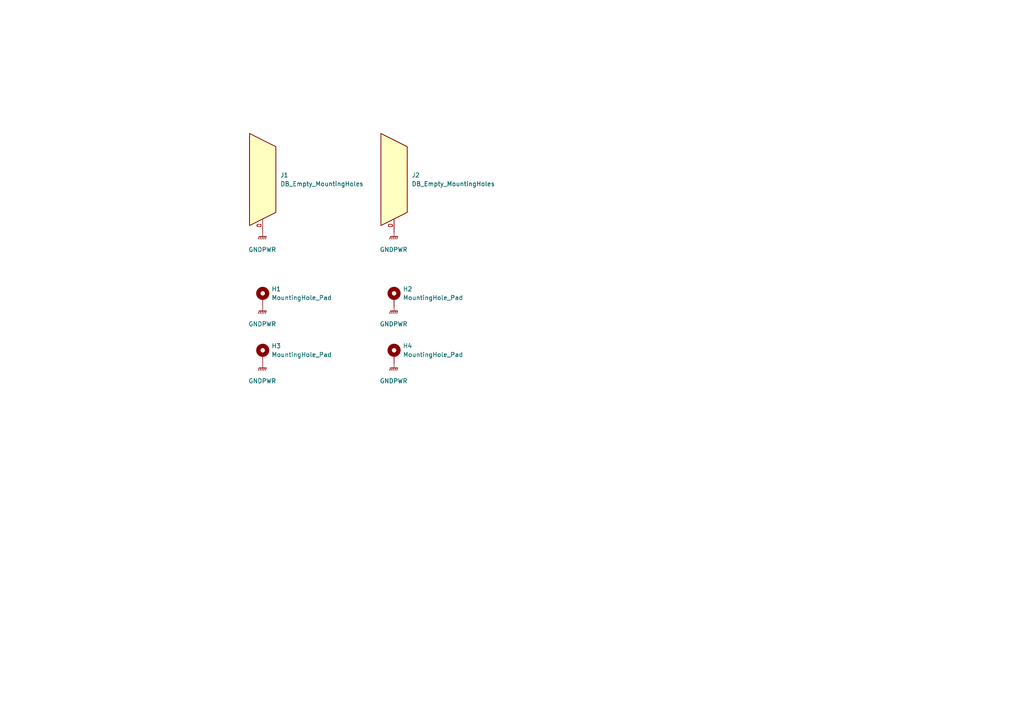
<source format=kicad_sch>
(kicad_sch (version 20211123) (generator eeschema)
  (paper "A4")
  (title_block (title "Front Panel") (date "2023-01-21") (rev "A") (company "https://github.com/peterheinrich/DA20-C1-ProcedureTrainer") (comment 1 "Open Hardware") (comment 2 "License: CERN-OHL-P") (comment 3 "© 2023 by Peter Heinrich") (comment 4 "DA20 Hardware Cockpit Simulator Project"))
  (lib_symbols
    (symbol "Mechanical:MountingHole_Pad" (pin_numbers hide) (pin_names (offset 1.016) hide)
      (property "Reference" "H" (at 0 6.35 0))
      (property "Value" "MountingHole_Pad" (at 0 4.445 0))
      (symbol "MountingHole_Pad_0_1"
        (circle (center 0 1.27) (radius 1.27) (stroke (width 1.27)))
      )
      (symbol "MountingHole_Pad_1_1"
        (pin input line (at 0 -2.54 90) (length 2.54) (name "1") (number "1"))
      )
    )
    (symbol "db_cutout_mountingholes:DB_Empty_MountingHoles" (pin_names (offset 1.016) hide)
      (property "Reference" "J?" (at 5.08 1.2701 0))
      (property "Value" "DB9_Female_MountingHoles" (at 5.08 -1.2699 0))
      (symbol "DB_Empty_MountingHoles_0_1"
        (polyline (pts (xy -3.81 13.335) (xy -3.81 -13.335) (xy 3.81 -9.525) (xy 3.81 9.525) (xy -3.81 13.335)) (stroke (width 0.254)) (fill (type background)))
      )
      (symbol "DB_Empty_MountingHoles_1_1"
        (pin passive line (at 0 -15.24 90) (length 3.81) (name "PAD") (number "0"))
      )
    )
    (symbol "power:GNDPWR" (power) (pin_names (offset 0))
      (property "Value" "GNDPWR" (at 0 -3.302 0))
      (symbol "GNDPWR_0_1"
        (polyline (pts (xy 0 -1.27) (xy 0 0)))
        (polyline (pts (xy -1.016 -1.27) (xy -1.27 -2.032) (xy -1.27 -2.032)) (stroke (width 0.2032)))
        (polyline (pts (xy -0.508 -1.27) (xy -0.762 -2.032) (xy -0.762 -2.032)) (stroke (width 0.2032)))
        (polyline (pts (xy 0 -1.27) (xy -0.254 -2.032) (xy -0.254 -2.032)) (stroke (width 0.2032)))
        (polyline (pts (xy 0.508 -1.27) (xy 0.254 -2.032) (xy 0.254 -2.032)) (stroke (width 0.2032)))
        (polyline (pts (xy 1.016 -1.27) (xy -1.016 -1.27) (xy -1.016 -1.27)) (stroke (width 0.2032)))
        (polyline (pts (xy 1.016 -1.27) (xy 0.762 -2.032) (xy 0.762 -2.032) (xy 0.762 -2.032)) (stroke (width 0.2032)))
      )
      (symbol "GNDPWR_1_1"
        (pin power_in line (at 0 0 270) (length 0) hide (name "GNDPWR") (number "1"))
      )
    )
  )
  (symbol (lib_id "Mechanical:MountingHole_Pad") (at 76.2 102.87 0) (unit 1)
    (property "Reference" "H3" (at 78.74 100.3299 0) (effects (justify left)))
    (property "Value" "MountingHole_Pad" (at 78.74 102.8699 0) (effects (justify left)))
    (property "Footprint" "MountingHole:MountingHole_3.2mm_M3_DIN965_Pad" (effects hide))
  )
  (symbol (lib_id "power:GNDPWR") (at 76.2 105.41 0) (unit 1)
    (property "Reference" "#PWR05" (effects hide))
    (property "Value" "GNDPWR" (at 76.073 110.49 0))
  )
  (symbol (lib_id "db_cutout_mountingholes:DB_Empty_MountingHoles") (at 114.3 52.07 0) (unit 1)
    (property "Reference" "J2" (at 119.38 50.7999 0) (effects (justify left)))
    (property "Value" "DB_Empty_MountingHoles" (at 119.38 53.3399 0) (effects (justify left)))
    (property "Footprint" "dsub_cutouts:DSUB-25_Cutout_MountingHoles" (effects hide))
    (property "Datasheet" " ~" (effects hide))
  )
  (symbol (lib_id "power:GNDPWR") (at 76.2 67.31 0) (unit 1)
    (property "Reference" "#PWR01" (effects hide))
    (property "Value" "GNDPWR" (at 76.073 72.39 0))
  )
  (symbol (lib_id "Mechanical:MountingHole_Pad") (at 114.3 86.36 0) (unit 1)
    (property "Reference" "H2" (at 116.84 83.8199 0) (effects (justify left)))
    (property "Value" "MountingHole_Pad" (at 116.84 86.3599 0) (effects (justify left)))
    (property "Footprint" "MountingHole:MountingHole_3.2mm_M3_DIN965_Pad" (effects hide))
  )
  (symbol (lib_id "Mechanical:MountingHole_Pad") (at 76.2 86.36 0) (unit 1)
    (property "Reference" "H1" (at 78.74 83.8199 0) (effects (justify left)))
    (property "Value" "MountingHole_Pad" (at 78.74 86.3599 0) (effects (justify left)))
    (property "Footprint" "MountingHole:MountingHole_3.2mm_M3_DIN965_Pad" (effects hide))
  )
  (symbol (lib_id "Mechanical:MountingHole_Pad") (at 114.3 102.87 0) (unit 1)
    (property "Reference" "H4" (at 116.84 100.3299 0) (effects (justify left)))
    (property "Value" "MountingHole_Pad" (at 116.84 102.8699 0) (effects (justify left)))
    (property "Footprint" "MountingHole:MountingHole_3.2mm_M3_DIN965_Pad" (effects hide))
  )
  (symbol (lib_id "power:GNDPWR") (at 114.3 67.31 0) (unit 1)
    (property "Reference" "#PWR02" (effects hide))
    (property "Value" "GNDPWR" (at 114.173 72.39 0))
  )
  (symbol (lib_id "power:GNDPWR") (at 76.2 88.9 0) (unit 1)
    (property "Reference" "#PWR03" (effects hide))
    (property "Value" "GNDPWR" (at 76.073 93.98 0))
  )
  (symbol (lib_id "db_cutout_mountingholes:DB_Empty_MountingHoles") (at 76.2 52.07 0) (unit 1)
    (property "Reference" "J1" (at 81.28 50.7999 0) (effects (justify left)))
    (property "Value" "DB_Empty_MountingHoles" (at 81.28 53.3399 0) (effects (justify left)))
    (property "Footprint" "dsub_cutouts:DSUB-15_Cutout_MountingHoles" (effects hide))
    (property "Datasheet" " ~" (effects hide))
  )
  (symbol (lib_id "power:GNDPWR") (at 114.3 88.9 0) (unit 1)
    (property "Reference" "#PWR04" (effects hide))
    (property "Value" "GNDPWR" (at 114.173 93.98 0))
  )
  (symbol (lib_id "power:GNDPWR") (at 114.3 105.41 0) (unit 1)
    (property "Reference" "#PWR06" (effects hide))
    (property "Value" "GNDPWR" (at 114.173 110.49 0))
  )
)
</source>
